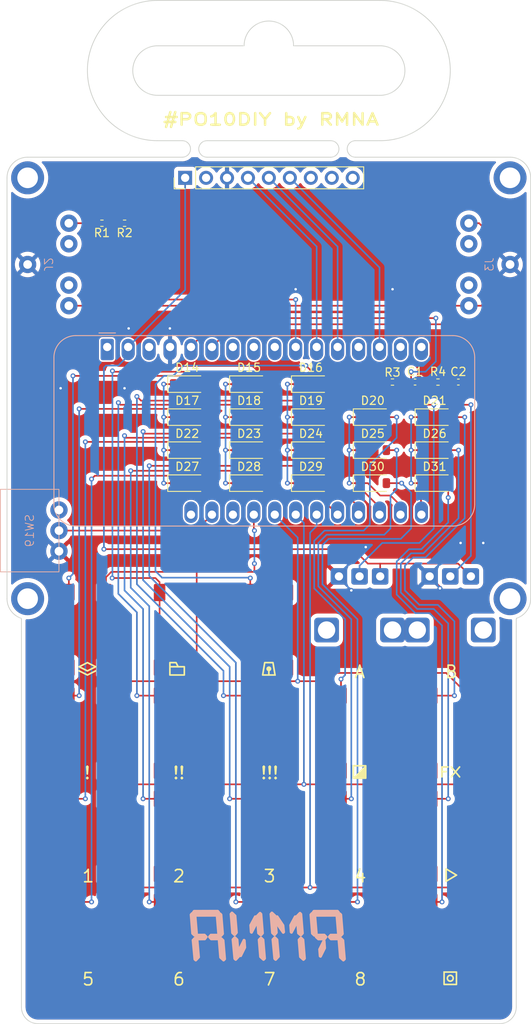
<source format=kicad_pcb>
(kicad_pcb
	(version 20241229)
	(generator "pcbnew")
	(generator_version "9.0")
	(general
		(thickness 1.6)
		(legacy_teardrops no)
	)
	(paper "A4")
	(layers
		(0 "F.Cu" signal)
		(2 "B.Cu" signal)
		(9 "F.Adhes" user "F.Adhesive")
		(11 "B.Adhes" user "B.Adhesive")
		(13 "F.Paste" user)
		(15 "B.Paste" user)
		(5 "F.SilkS" user "F.Silkscreen")
		(7 "B.SilkS" user "B.Silkscreen")
		(1 "F.Mask" user)
		(3 "B.Mask" user)
		(17 "Dwgs.User" user "User.Drawings")
		(19 "Cmts.User" user "User.Comments")
		(21 "Eco1.User" user "User.Eco1")
		(23 "Eco2.User" user "User.Eco2")
		(25 "Edge.Cuts" user)
		(27 "Margin" user)
		(31 "F.CrtYd" user "F.Courtyard")
		(29 "B.CrtYd" user "B.Courtyard")
		(35 "F.Fab" user)
		(33 "B.Fab" user)
		(39 "User.1" user)
		(41 "User.2" user)
		(43 "User.3" user)
		(45 "User.4" user)
	)
	(setup
		(pad_to_mask_clearance 0)
		(allow_soldermask_bridges_in_footprints no)
		(tenting front back)
		(pcbplotparams
			(layerselection 0x00000000_00000000_55555555_5755f5ff)
			(plot_on_all_layers_selection 0x00000000_00000000_00000000_00000000)
			(disableapertmacros no)
			(usegerberextensions yes)
			(usegerberattributes yes)
			(usegerberadvancedattributes yes)
			(creategerberjobfile yes)
			(dashed_line_dash_ratio 12.000000)
			(dashed_line_gap_ratio 3.000000)
			(svgprecision 4)
			(plotframeref no)
			(mode 1)
			(useauxorigin no)
			(hpglpennumber 1)
			(hpglpenspeed 20)
			(hpglpendiameter 15.000000)
			(pdf_front_fp_property_popups yes)
			(pdf_back_fp_property_popups yes)
			(pdf_metadata yes)
			(pdf_single_document no)
			(dxfpolygonmode yes)
			(dxfimperialunits yes)
			(dxfusepcbnewfont yes)
			(psnegative no)
			(psa4output no)
			(plot_black_and_white yes)
			(plotinvisibletext no)
			(sketchpadsonfab no)
			(plotpadnumbers no)
			(hidednponfab no)
			(sketchdnponfab yes)
			(crossoutdnponfab yes)
			(subtractmaskfromsilk yes)
			(outputformat 1)
			(mirror no)
			(drillshape 0)
			(scaleselection 1)
			(outputdirectory "/Users/ramona/Documents/POVideo/povideo-gerbers/")
		)
	)
	(net 0 "")
	(net 1 "GND")
	(net 2 "LED_DATA")
	(net 3 "+3.3V")
	(net 4 "Net-(R3-Pad1)")
	(net 5 "Net-(R4-Pad1)")
	(net 6 "COL1")
	(net 7 "Net-(D14-A)")
	(net 8 "COL2")
	(net 9 "Net-(D15-A)")
	(net 10 "Net-(D16-A)")
	(net 11 "COL3")
	(net 12 "Net-(D17-A)")
	(net 13 "Net-(D18-A)")
	(net 14 "Net-(D19-A)")
	(net 15 "COL4")
	(net 16 "Net-(D20-A)")
	(net 17 "Net-(D21-A)")
	(net 18 "COL5")
	(net 19 "Net-(D22-A)")
	(net 20 "Net-(D23-A)")
	(net 21 "Net-(D24-A)")
	(net 22 "Net-(D25-A)")
	(net 23 "Net-(D26-A)")
	(net 24 "Net-(D27-A)")
	(net 25 "Net-(D28-A)")
	(net 26 "Net-(D29-A)")
	(net 27 "Net-(D30-A)")
	(net 28 "Net-(D31-A)")
	(net 29 "MOSI")
	(net 30 "CS")
	(net 31 "SCK")
	(net 32 "Net-(J2-Pin_5)")
	(net 33 "unconnected-(J2-Pin_2-Pad2)")
	(net 34 "Net-(J2-Pin_1)")
	(net 35 "unconnected-(J2-Pin_4-Pad4)")
	(net 36 "unconnected-(J3-Pin_4-Pad4)")
	(net 37 "unconnected-(J3-Pin_2-Pad2)")
	(net 38 "SYNC")
	(net 39 "POT A")
	(net 40 "POT B")
	(net 41 "ROW1")
	(net 42 "ROW2")
	(net 43 "ROW3")
	(net 44 "ROW4")
	(net 45 "unconnected-(U1-MISO{slash}GPIO20-Pad13)")
	(net 46 "unconnected-(U1-RESET-Pad1)")
	(net 47 "unconnected-(U1-3.3V-Pad3)")
	(net 48 "unconnected-(U1-A3{slash}GPIO29-Pad8)")
	(net 49 "unconnected-(U1-A2{slash}GPIO28-Pad7)")
	(net 50 "unconnected-(U1-VBat-Pad28)")
	(net 51 "unconnected-(U1-D24{slash}GPIO24-Pad9)")
	(net 52 "unconnected-(U1-Vbus-Pad26)")
	(net 53 "unconnected-(U1-TX{slash}GPIO0-Pad15)")
	(net 54 "unconnected-(J1-Pin_2-Pad2)")
	(net 55 "unconnected-(J1-Pin_8-Pad8)")
	(net 56 "unconnected-(J1-Pin_7-Pad7)")
	(net 57 "unconnected-(J1-Pin_9-Pad9)")
	(net 58 "unconnected-(SW19-A-Pad1)")
	(net 59 "Net-(SW19-B)")
	(footprint "Diode_SMD:D_SOD-123" (layer "F.Cu") (at 180.1 90.5))
	(footprint "Diode_SMD:D_SOD-123" (layer "F.Cu") (at 195.1 86.5))
	(footprint "Ramona Library:TL3301 6mm tactile switch" (layer "F.Cu") (at 175 112.3 90))
	(footprint "Diode_SMD:D_SOD-123" (layer "F.Cu") (at 172.6 94.5))
	(footprint "Ramona Library:Adafruit Potentiometer" (layer "F.Cu") (at 186 112.3 180))
	(footprint "Diode_SMD:D_SOD-123" (layer "F.Cu") (at 172.6 82.5))
	(footprint "Ramona Library:TL3301 6mm tactile switch" (layer "F.Cu") (at 175 124.8 90))
	(footprint "Diode_SMD:D_SOD-123" (layer "F.Cu") (at 195.1 90.5))
	(footprint "Ramona Library:TL3301 6mm tactile switch" (layer "F.Cu") (at 164 112.3 90))
	(footprint "Ramona Library:TL3301 6mm tactile switch" (layer "F.Cu") (at 186 137.3 90))
	(footprint "Ramona Library:TL3301 6mm tactile switch" (layer "F.Cu") (at 153 124.8 90))
	(footprint "Ramona Library:TL3301 6mm tactile switch" (layer "F.Cu") (at 175 149.8 90))
	(footprint "Capacitor_SMD:C_0402_1005Metric" (layer "F.Cu") (at 192.73 82.25))
	(footprint "Diode_SMD:D_SOD-123" (layer "F.Cu") (at 187.6 94.5))
	(footprint "Diode_SMD:D_SOD-123" (layer "F.Cu") (at 172.6 86.5))
	(footprint "Ramona Library:TL3301 6mm tactile switch" (layer "F.Cu") (at 153 149.8 90))
	(footprint "Resistor_SMD:R_0402_1005Metric" (layer "F.Cu") (at 154.76 63 180))
	(footprint "Ramona Library:TL3301 6mm tactile switch" (layer "F.Cu") (at 186 124.8 90))
	(footprint "Ramona Library:TL3301 6mm tactile switch" (layer "F.Cu") (at 164 124.8 90))
	(footprint "Ramona Library:TL3301 6mm tactile switch" (layer "F.Cu") (at 153 112.3 90))
	(footprint "Ramona Library:TL3301 6mm tactile switch" (layer "F.Cu") (at 153 137.3 90))
	(footprint "Ramona Library:Adafruit Potentiometer" (layer "F.Cu") (at 197 112.3 180))
	(footprint "Ramona Library:TL3301 6mm tactile switch" (layer "F.Cu") (at 197 149.8 90))
	(footprint "Ramona Library:TL3301 6mm tactile switch" (layer "F.Cu") (at 197 137.3 90))
	(footprint "Resistor_SMD:R_0402_1005Metric" (layer "F.Cu") (at 189.99 82.25))
	(footprint "Diode_SMD:D_SOD-123" (layer "F.Cu") (at 165.1 94.5))
	(footprint "Ramona Library:TL3301 6mm tactile switch" (layer "F.Cu") (at 186 149.8 90))
	(footprint "Connector_PinHeader_2.54mm:PinHeader_1x09_P2.54mm_Vertical" (layer "F.Cu") (at 164.85 57.5 90))
	(footprint "Diode_SMD:D_SOD-123" (layer "F.Cu") (at 180.1 82.5))
	(footprint "Capacitor_SMD:C_0402_1005Metric" (layer "F.Cu") (at 197.98 82.25))
	(footprint "Diode_SMD:D_SOD-123" (layer "F.Cu") (at 187.6 86.5))
	(footprint "Ramona Library:TL3301 6mm tactile switch" (layer "F.Cu") (at 175 137.3 90))
	(footprint "Diode_SMD:D_SOD-123" (layer "F.Cu") (at 187.6 90.5))
	(footprint "Diode_SMD:D_SOD-123" (layer "F.Cu") (at 172.6 90.5))
	(footprint "Diode_SMD:D_SOD-123" (layer "F.Cu") (at 180.1 94.5))
	(footprint "Diode_SMD:D_SOD-123" (layer "F.Cu") (at 165.1 86.5))
	(footprint "Resistor_SMD:R_0402_1005Metric" (layer "F.Cu") (at 157.51 63 180))
	(footprint "Diode_SMD:D_SOD-123" (layer "F.Cu") (at 165.1 82.5))
	(footprint "Diode_SMD:D_SOD-123" (layer "F.Cu") (at 195.1 94.5))
	(footprint "Ramona Library:TL3301 6mm tactile switch" (layer "F.Cu") (at 164 137.3 90))
	(footprint "Resistor_SMD:R_0402_1005Metric" (layer "F.Cu") (at 195.51 82.25))
	(footprint "Ramona Library:TL3301 6mm tactile switch" (layer "F.Cu") (at 197 124.8 90))
	(footprint "Diode_SMD:D_SOD-123" (layer "F.Cu") (at 165.1 90.5))
	(footprint "Ramona Library:TL3301 6mm tactile switch" (layer "F.Cu") (at 164 149.8 90))
	(footprint "Diode_SMD:D_SOD-123" (layer "F.Cu") (at 180.1 86.5))
	(footprint "Ramona Library:Right Angle Slide Switch" (layer "B.Cu") (at 149.55 100.25 -90))
	(footprint "Ramona Library:5 pin headphone jack" (layer "B.Cu") (at 201.75 68 -90))
	(footprint "Ramona Library:5 pin headphone jack" (layer "B.Cu") (at 148.25 68 90))
	(footprint "Module:Adafruit_Feather"
		(layer "B.Cu")
		(uuid "6b7b203c-0f93-4211-a36e-d2af772e9e7e")
		(at 155.4 78 -90)
		(descr "Common footprint for the Adafruit Feather series of boards, https://learn.adafruit.com/adafruit-feather/feather-specification")
		(tags "Adafruit Feather")
		(property "Reference" "U1"
			(at 10.16 7.62 90)
			(layer "B.SilkS")
			(hide yes)
			(uuid "2fd97d4d-9da1-4319-9cd0-3b8be4b2f99e")
			(effects
				(font
					(size 1 1)
					(thickness 0.15)
				)
				(justify mirror)
			)
		)
		(property "Value" "Adafruit-Feather-RP2040"
			(at -2.25 -21.85 180)
			(layer "B.Fab")
			(uuid "7286f507-6df0-4c9e-9f48-9c4683b5652c")
			(effects
				(font
					(size 1 1)
					(thickness 0.15)
				)
				(justify mirror)
			)
		)
		(property "Datasheet" ""
			(at 0 0 90)
			(unlocked yes)
			(layer "B.Fab")
			(hide yes)
			(uuid "4710d50b-4d48-4558-aef3-395285d404f2")
			(effects
				(font
					(size 1.27 1.27)
					(thickness 0.15)
				)
				(justify mirror)
			)
		)
		(property "Description" ""
			(at 0 0 90)
			(unlocked yes)
			(layer "B.Fab")
			(hide yes)
			(uuid "531e8ab3-10d9-4eaf-b049-7c6de545cd73")
			(effects
				(font
					(size 1.27 1.27)
					(thickness 0.15)
				)
				(justify mirror)
			)
		)
		(path "/65d58046-c3b5-4c78-b77f-b8056475d3c6")
		(sheetname "/")
		(sheetfile "POVideo V2.kicad_sch")
		(clearance 0.2)
		(attr through_hole)
		(fp_line
			(start 19.05 6.46)
			(end 1.27 6.46)
			(stroke
				(width 0.12)
				(type solid)
			)
			(layer "B.SilkS")
			(uuid "852d5086-b0bf-4cb9-8b20-c2e36bd0ab11")
		)
		(fp_line
			(start -1.38 3.81)
			(end -1.38 -41.91)
			(stroke
				(width 0.12)
				(type solid)
			)
			(layer "B.SilkS")
			(uuid "63191e80-a701-4fd3-87da-dfd4c6177a2d")
		)
		(fp_line
			(start 21.7 3.81)
			(end 21.7 -41.91)
			(stroke
				(width 0.12)
				(type solid)
			)
			(layer "B.SilkS")
			(uuid "f1468fdd-adc8-4789-824b-86c3ccc46f47")
		)
		(fp_line
			(start -1.7 -1)
			(end -1.7 1)
			(stroke
				(width 0.12)
				(type solid)
			)
			(layer "B.SilkS")
			(uuid "b3b80aad-4b74-4d31-b320-0d046b627293")
		)
		(fp_line
			(start 19.05 -44.56)
			(end 1.27 -44.56)
			(stroke
				(width 0.12)
				(type solid)
			)
			(layer "B.SilkS")
			(uuid "225a5f88-defc-497f-99df-94a885ce4970")
		)
		(fp_arc
			(start 1.27 6.46)
			(mid -0.603833 5.683833)
			(end -1.38 3.81)
			(stroke
				(width 0.12)
				(type solid)
			)
			(layer "B.SilkS")
			(uuid "ed97507d-b4f6-4e2e-9a66-6400194858c3")
		)
		(fp_arc
			(start 21.7 3.81)
			(mid 20.923833 5.683833)
			(end 19.05 6.46)
			(stroke
				(width 0.12)
				(type solid)
			)
			(layer "B.SilkS")
			(uuid "1faacb72-6afc-4f86-a193-d5fe50e35728")
		)
		(fp_arc
			(start -1.38 -41.91)
			(mid -0.603833 -43.783833)
			(end 1.27 -44.56)
			(stroke
				(width 0.12)
				(type solid)
			)
			(layer "B.SilkS")
			(uuid "3e91d9b5-6a08-484a-b4db-d2ce8988b995")
		)
		(fp_arc
			(start 19.05 -44.56)
			(mid 20.923833 -43.783833)
			(end 21.7 -41.91)
			(stroke
				(width 0.12)
				(type solid)
			)
			(layer "B.SilkS")
			(uuid "b1ff3278-149d-404b-a849-283f1c753414")
		)
		(fp_line
			(start 19.05 6.6)
			(end 1.27 6.6)
			(stroke
				(width 0.05)
				(type solid)
			)
			(layer "B.CrtYd")
			(uuid "7390b922-4a82-4155-8369-987e911c47e7")
		)
		(fp_line
			(start -1.52 -41.91)
			(end -1.52 3.81)
			(stroke
				(width 0.05)
				(type solid)
			)
			(layer "B.CrtYd")
			(uuid "a5c057a5-2818-42f7-a440-3c3ca64a615a")
		)
		(fp_line
			(start 21.84 -41.91)
			(end 21.84 3.81)
			(stroke
				(width 0.05)
				(type solid)
			)
			(layer "B.CrtYd")
			(uuid "05ce9814-5e80-4287-8d45-90c86e4f6d4b")
		)
		(fp_line
			(start 19.05 -44.7)
			(end 1.27 -44.7)
			(stroke
				(width 0.05)
				(type solid)
			)
			(layer "B.CrtYd")
			(uuid "f8c5e74d-2de7-41a8-9b7a-7e3de3b3c358")
		)
		(fp_arc
			(start 1.27 6.6)
			(mid -0.702828 5.782828)
			(end -1.52 3.81)
			(stroke
				(width 0.05)
				(type solid)
			)
			(layer "B.CrtYd")
			(uuid "2f297e13-97c8-4524-a778-02057cabb70e")
		)
		(fp_arc
			(start 21.84 3.81)
			(mid 21.022828 5.782828)
			(end 19.05 6.6)
			(stroke
				(width 0.05)
				(type solid)
			)
			(layer "B.CrtYd")
			(uuid "e4e79833-c8d2-49c4-b9bc-da50da1f3403")
		)
		(fp_arc
			(start -1.52 -41.91)
			(mid -0.702828 -43.882828)
			(end 1.27 -44.7)
			(stroke
				(width 0.05)
				(type solid)
			)
			(layer "B.CrtYd")
			(uuid "a25e6b42-b050-4e86-9b60-c0718e1be93d")
		)
		(fp_arc
			(start 19.05 -44.7)
			(mid 21.022828 -43.882828)
			(end 21.84 -41.91)
			(stroke
				(width 0.05)
				(type solid)
			)
			(layer "B.CrtYd")
			(uuid "88ff20d8-9a7b-4bad-807c-efedc8b380f9")
		)
		(fp_line
			(start 19.05 6.35)
			(end 1.27 6.35)
			(stroke
				(width 0.1)
				(type solid)
			)
			(layer "B.Fab")
			(uuid "1569657f-d1ef-43b3-873d-9a89df7ca358")
		)
		(fp_line
			(start -1.27 3.81)
			(end -1.27 -41.91)
			(stroke
				(width 0.1)
				(type solid)
			)
			(layer "B.Fab")
			(uuid "4ad6ac97-866a-456b-ab46-a89d8268073e")
		)
		(fp_line
			(start -1.27 0.889)
			(end -0.381 0)
			(stroke
				(width 0.1)
				(type solid)
			)
			(layer "B.Fab")
			(uuid "85003c27-6e1d-4d64-930f-cc97751ec60a")
		)
		(fp_line
			(start -0.381 0)
			(end -1.27 -0.889)
			(stroke
				(width 0.1)
				(type solid)
			)
			(layer "B.Fab")
			(uuid "4729ae05-a1b1-429f-b1cb-eb55901f14c6")
		)
		(fp_line
			(start 21.59 -41.91)
			(end 21.59 3.81)
			(stroke
				(width 0.1)
				(type solid)
			)
			(layer "B.Fab")
			(uuid "b31755ca-c852-4f26-a65f-8ad2b58e1743")
		)
		(fp_line
			(start 1.27 -44.45)
			(end 19.05 -44.45)
			(stroke
				(width 0.1)
				(type solid)
			)
			(layer "B.Fab")
			(uuid "8b61c701-e4a9-4297-8b1b-f8ad6950fdfe")
		)
		(fp_arc
			(start 1.27 6.35)
			(mid -0.526051 5.606051)
			(end -1.27 3.81)
			(stroke
				(width 0.1)
				(type solid)
			)
			(layer "B.Fab")
			(uuid "61d66e09-7d97-454a-9c4c-7d431e3d1426")
		)
		(fp_arc
			(start 21.59 3.81)
			(mid 20.846051 5.606051)
			(end 19.05 6.35)
			(stroke
				(width 0.1)
				(type solid)
			)
			(layer "B.Fab")
			(uuid "0d782a57-aff3-4b95-8c45-7cedb334874f")
		)
		(fp_arc
			(start -1.27 -41.91)
			(mid -0.543209 -43.688728)
			(end 1.221238 -44.449532)
			(stroke
				(width 0.1)
				(type solid)
			)
			(layer "B.Fab")
			(uuid "cd475cb9-4157-402a-9099-974bd51796ca")
		)
		(fp_arc
			(start 19.05 -44.45)
			(mid 20.846051 -43.706051)
			(end 21.59 -41.91)
			(stroke
				(width 0.1)
				(type solid)
			)
			(layer "B.Fab")
			(uuid "9c813387-abf6-4416-a49c-8c036ff5a293")
		)
		(fp_text user "${REFERENCE}"
			(at 10.16 -19.05 0)
			(layer "B.Fab")
			(uuid "5d4a3136-fb5b-4c9c-9ba3-ae02154769e7")
			(effects
				(font
					(size 1 1)
					(thickness 0.15)
				)
				(justify mirror)
			)
		)
		(pad "1" thru_hole roundrect
			(at 0 0 270)
			(size 2.6 1.6)
			(drill 1
				(offset 0.3 0)
			)
			(layers "*.Cu" "*.Mask")
			(remove_unused_layers no)
			(roundrect_rratio 0.15625)
			(net 46 "unconnected-(U1-RESET-Pad1)")
			(pinfunction "RESET")
			(pintype "input")
			(uuid "370e1748-74b8-4274-8ea7-55c8b04f8bf5")
		)
		(pad "2" thru_hole oval
			(at 0 -2.54 270)
			(size 2.6 1.6)
			(drill 1
				(offset 0.3 0)
			)
			(layers "*.Cu" "*.Mask")
			(remove_unused_layers no)
			(net 3 "+3.3V")
			(pinfunction "3.3V")
			(pintype "power_out")
			(uuid "62b0c3c3-0cde-47e0-8a2a-c52129cf6d19")
		)
		(pad "3" thru_hole oval
			(at 0 -5.08 270)
			(size 2.6 1.6)
			(drill 1
				(offset 0.3 0)
			)
			(layers "*.Cu" "*.Mask")
			(remove_unused_layers no)
			(net 47 "unconnected-(U1-3.3V-Pad3)")
			(pinfunction "3.3V")
			(pintype "power_out")
			(uuid "387bb048-fe24-45b5-aa92-40c3c0b28fab")
		)
		(pad "4" thru_hole oval
			(at 0 -7.62 270)
			(size 2.6 1.6)
			(drill 1
				(offset 0.3 0)
			)
			(layers "*.Cu" "*.Mask")
			(remove_unused_layers no)
			(net 1 "GND")
			(pinfunction "GND")
			(pintype "power_out")
			(uuid "f9b690ac-75eb-411c-a120-0385c204cf5b")
		)
		(pad "5" thru_hole oval
			(at 0 -10.16 270)
			(size 2.6 1.6)
			(drill 1
				(offset 0.3 0)
			)
			(layers "*.Cu" "*.Mask")
			(remove_unused_layers no)
			(net 39 "POT A")
			(pinfunction "A0/GPIO26")
			(pintype "bidirectional")
			(uuid "787d741a-7335-4269-ace8-222d523894d4")
		)
		(pad "6" thru_hole oval
			(at 0 -12.7 270)
			(size 2.6 1.6)
			(drill 1
				(offset 0.3 0)
			)
			(layers "*.Cu" "*.Mask")
			(remove_unused_layers no)
			(net 40 "POT B")
			(pinfunction "A1/GPIO27")
			(pintype "bidirectional")
			(uuid "37a2fd6e-b65d-4839-b1de-de297c9990cb")
		)
		(pad "7" thru_hole oval
			(at 0 -15.24 270)
			(size 2.6 1.6)
			(drill 1
				(offset 0.3 0)
			)
			(layers "*.Cu" "*.Mask")
			(remove_unused_layers no)
			(net 49 "unconnected-(U1-A2{slash}GPIO28-Pad7)")
			(pinfunction "A2/GPIO28")
			(pintype "bidirectional")
			(uuid "5615ab12-e35e-4ea1-aa3a-06ef4cefbc7c")
		)
		(pad "8" thru_hole oval
			(at 0 -17.78 270)
			(size 2.6 1.6)
			(drill 1
				(offset 0.3 0)
			)
			(layers "*.Cu" "*.Mask")
			(remove_unused_layers no)
			(net 48 "unconnected-(U1-A3{slash}GPIO29-Pad8)")
			(pinfunction "A3/GPIO29")
			(pintype "bidirectional")
			(uuid "4943ed55-d01d-46ba-a0eb-f81dbb4df25c")
		)
		(pad "9" thru_hole oval
			(at 0 -20.32 270)
			(size 2.6 1.6)
			(drill 1
				(offset 0.3 0)
			)
			(layers "*.Cu" "*.Mask")
			(remove_unused_layers no)
			(net 51 "unconnected-(U1-D24{slash}GPIO24-Pad9)")
			(pinfunction "D24/GPIO24")
			(pintype "bidirectional")
			(uuid "6d5c7231-9e34-41ba-b4ed-35834cb5c82a")
		)
		(pad "10" thru_hole oval
			(at 0 -22.86 270)
			(size 2.6 1.6)
			(drill 1
				(offset 0.3 0)
			)
			(layers "*.Cu" "*.Mask")
			(remove_unused_layers no)
			(net 38 "SYNC")
			(pinfunction "D25/GPIO25")
			(pintype "bidirectional")
			(uuid "895f7410-610d-45aa-a0fa-ecf6c07e2971")
		)
		(pad "11" thru_hole oval
			(at 0 -25.4 270)
			(size 2.6 1.6)
			(drill 1
				(offset 0.3 0)
			)
			(layers "*.Cu" "*.Mask")
			(remove_unused_laye
... [589804 chars truncated]
</source>
